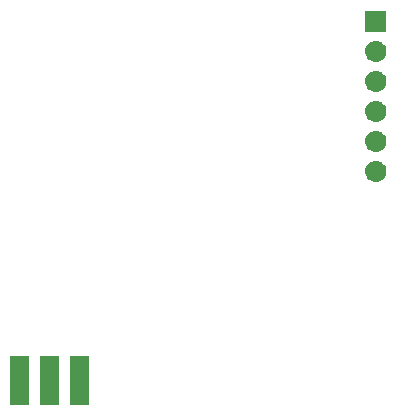
<source format=gbs>
G04 #@! TF.GenerationSoftware,KiCad,Pcbnew,(5.1.4)-1*
G04 #@! TF.CreationDate,2019-11-25T22:33:42+01:00*
G04 #@! TF.ProjectId,STEM,5354454d-2e6b-4696-9361-645f70636258,A*
G04 #@! TF.SameCoordinates,Original*
G04 #@! TF.FileFunction,Soldermask,Bot*
G04 #@! TF.FilePolarity,Negative*
%FSLAX46Y46*%
G04 Gerber Fmt 4.6, Leading zero omitted, Abs format (unit mm)*
G04 Created by KiCad (PCBNEW (5.1.4)-1) date 2019-11-25 22:33:42*
%MOMM*%
%LPD*%
G04 APERTURE LIST*
%ADD10C,0.100000*%
G04 APERTURE END LIST*
D10*
G36*
X123313000Y-141209000D02*
G01*
X121687000Y-141209000D01*
X121687000Y-137107000D01*
X123313000Y-137107000D01*
X123313000Y-141209000D01*
X123313000Y-141209000D01*
G37*
G36*
X125853000Y-141209000D02*
G01*
X124227000Y-141209000D01*
X124227000Y-137107000D01*
X125853000Y-137107000D01*
X125853000Y-141209000D01*
X125853000Y-141209000D01*
G37*
G36*
X120773000Y-141209000D02*
G01*
X119147000Y-141209000D01*
X119147000Y-137107000D01*
X120773000Y-137107000D01*
X120773000Y-141209000D01*
X120773000Y-141209000D01*
G37*
G36*
X150210442Y-120575118D02*
G01*
X150276627Y-120581637D01*
X150446466Y-120633157D01*
X150602991Y-120716822D01*
X150638729Y-120746152D01*
X150740186Y-120829414D01*
X150823448Y-120930871D01*
X150852778Y-120966609D01*
X150936443Y-121123134D01*
X150987963Y-121292973D01*
X151005359Y-121469600D01*
X150987963Y-121646227D01*
X150936443Y-121816066D01*
X150852778Y-121972591D01*
X150823448Y-122008329D01*
X150740186Y-122109786D01*
X150638729Y-122193048D01*
X150602991Y-122222378D01*
X150446466Y-122306043D01*
X150276627Y-122357563D01*
X150210442Y-122364082D01*
X150144260Y-122370600D01*
X150055740Y-122370600D01*
X149989558Y-122364082D01*
X149923373Y-122357563D01*
X149753534Y-122306043D01*
X149597009Y-122222378D01*
X149561271Y-122193048D01*
X149459814Y-122109786D01*
X149376552Y-122008329D01*
X149347222Y-121972591D01*
X149263557Y-121816066D01*
X149212037Y-121646227D01*
X149194641Y-121469600D01*
X149212037Y-121292973D01*
X149263557Y-121123134D01*
X149347222Y-120966609D01*
X149376552Y-120930871D01*
X149459814Y-120829414D01*
X149561271Y-120746152D01*
X149597009Y-120716822D01*
X149753534Y-120633157D01*
X149923373Y-120581637D01*
X149989558Y-120575118D01*
X150055740Y-120568600D01*
X150144260Y-120568600D01*
X150210442Y-120575118D01*
X150210442Y-120575118D01*
G37*
G36*
X150210443Y-118035119D02*
G01*
X150276627Y-118041637D01*
X150446466Y-118093157D01*
X150602991Y-118176822D01*
X150638729Y-118206152D01*
X150740186Y-118289414D01*
X150823448Y-118390871D01*
X150852778Y-118426609D01*
X150936443Y-118583134D01*
X150987963Y-118752973D01*
X151005359Y-118929600D01*
X150987963Y-119106227D01*
X150936443Y-119276066D01*
X150852778Y-119432591D01*
X150823448Y-119468329D01*
X150740186Y-119569786D01*
X150638729Y-119653048D01*
X150602991Y-119682378D01*
X150446466Y-119766043D01*
X150276627Y-119817563D01*
X150210442Y-119824082D01*
X150144260Y-119830600D01*
X150055740Y-119830600D01*
X149989558Y-119824082D01*
X149923373Y-119817563D01*
X149753534Y-119766043D01*
X149597009Y-119682378D01*
X149561271Y-119653048D01*
X149459814Y-119569786D01*
X149376552Y-119468329D01*
X149347222Y-119432591D01*
X149263557Y-119276066D01*
X149212037Y-119106227D01*
X149194641Y-118929600D01*
X149212037Y-118752973D01*
X149263557Y-118583134D01*
X149347222Y-118426609D01*
X149376552Y-118390871D01*
X149459814Y-118289414D01*
X149561271Y-118206152D01*
X149597009Y-118176822D01*
X149753534Y-118093157D01*
X149923373Y-118041637D01*
X149989557Y-118035119D01*
X150055740Y-118028600D01*
X150144260Y-118028600D01*
X150210443Y-118035119D01*
X150210443Y-118035119D01*
G37*
G36*
X150210443Y-115495119D02*
G01*
X150276627Y-115501637D01*
X150446466Y-115553157D01*
X150602991Y-115636822D01*
X150638729Y-115666152D01*
X150740186Y-115749414D01*
X150823448Y-115850871D01*
X150852778Y-115886609D01*
X150936443Y-116043134D01*
X150987963Y-116212973D01*
X151005359Y-116389600D01*
X150987963Y-116566227D01*
X150936443Y-116736066D01*
X150852778Y-116892591D01*
X150823448Y-116928329D01*
X150740186Y-117029786D01*
X150638729Y-117113048D01*
X150602991Y-117142378D01*
X150446466Y-117226043D01*
X150276627Y-117277563D01*
X150210443Y-117284081D01*
X150144260Y-117290600D01*
X150055740Y-117290600D01*
X149989557Y-117284081D01*
X149923373Y-117277563D01*
X149753534Y-117226043D01*
X149597009Y-117142378D01*
X149561271Y-117113048D01*
X149459814Y-117029786D01*
X149376552Y-116928329D01*
X149347222Y-116892591D01*
X149263557Y-116736066D01*
X149212037Y-116566227D01*
X149194641Y-116389600D01*
X149212037Y-116212973D01*
X149263557Y-116043134D01*
X149347222Y-115886609D01*
X149376552Y-115850871D01*
X149459814Y-115749414D01*
X149561271Y-115666152D01*
X149597009Y-115636822D01*
X149753534Y-115553157D01*
X149923373Y-115501637D01*
X149989557Y-115495119D01*
X150055740Y-115488600D01*
X150144260Y-115488600D01*
X150210443Y-115495119D01*
X150210443Y-115495119D01*
G37*
G36*
X150210443Y-112955119D02*
G01*
X150276627Y-112961637D01*
X150446466Y-113013157D01*
X150602991Y-113096822D01*
X150638729Y-113126152D01*
X150740186Y-113209414D01*
X150823448Y-113310871D01*
X150852778Y-113346609D01*
X150936443Y-113503134D01*
X150987963Y-113672973D01*
X151005359Y-113849600D01*
X150987963Y-114026227D01*
X150936443Y-114196066D01*
X150852778Y-114352591D01*
X150823448Y-114388329D01*
X150740186Y-114489786D01*
X150638729Y-114573048D01*
X150602991Y-114602378D01*
X150446466Y-114686043D01*
X150276627Y-114737563D01*
X150210443Y-114744081D01*
X150144260Y-114750600D01*
X150055740Y-114750600D01*
X149989557Y-114744081D01*
X149923373Y-114737563D01*
X149753534Y-114686043D01*
X149597009Y-114602378D01*
X149561271Y-114573048D01*
X149459814Y-114489786D01*
X149376552Y-114388329D01*
X149347222Y-114352591D01*
X149263557Y-114196066D01*
X149212037Y-114026227D01*
X149194641Y-113849600D01*
X149212037Y-113672973D01*
X149263557Y-113503134D01*
X149347222Y-113346609D01*
X149376552Y-113310871D01*
X149459814Y-113209414D01*
X149561271Y-113126152D01*
X149597009Y-113096822D01*
X149753534Y-113013157D01*
X149923373Y-112961637D01*
X149989557Y-112955119D01*
X150055740Y-112948600D01*
X150144260Y-112948600D01*
X150210443Y-112955119D01*
X150210443Y-112955119D01*
G37*
G36*
X150210443Y-110415119D02*
G01*
X150276627Y-110421637D01*
X150446466Y-110473157D01*
X150602991Y-110556822D01*
X150638729Y-110586152D01*
X150740186Y-110669414D01*
X150823448Y-110770871D01*
X150852778Y-110806609D01*
X150936443Y-110963134D01*
X150987963Y-111132973D01*
X151005359Y-111309600D01*
X150987963Y-111486227D01*
X150936443Y-111656066D01*
X150852778Y-111812591D01*
X150823448Y-111848329D01*
X150740186Y-111949786D01*
X150638729Y-112033048D01*
X150602991Y-112062378D01*
X150446466Y-112146043D01*
X150276627Y-112197563D01*
X150210443Y-112204081D01*
X150144260Y-112210600D01*
X150055740Y-112210600D01*
X149989557Y-112204081D01*
X149923373Y-112197563D01*
X149753534Y-112146043D01*
X149597009Y-112062378D01*
X149561271Y-112033048D01*
X149459814Y-111949786D01*
X149376552Y-111848329D01*
X149347222Y-111812591D01*
X149263557Y-111656066D01*
X149212037Y-111486227D01*
X149194641Y-111309600D01*
X149212037Y-111132973D01*
X149263557Y-110963134D01*
X149347222Y-110806609D01*
X149376552Y-110770871D01*
X149459814Y-110669414D01*
X149561271Y-110586152D01*
X149597009Y-110556822D01*
X149753534Y-110473157D01*
X149923373Y-110421637D01*
X149989557Y-110415119D01*
X150055740Y-110408600D01*
X150144260Y-110408600D01*
X150210443Y-110415119D01*
X150210443Y-110415119D01*
G37*
G36*
X151001000Y-109670600D02*
G01*
X149199000Y-109670600D01*
X149199000Y-107868600D01*
X151001000Y-107868600D01*
X151001000Y-109670600D01*
X151001000Y-109670600D01*
G37*
M02*

</source>
